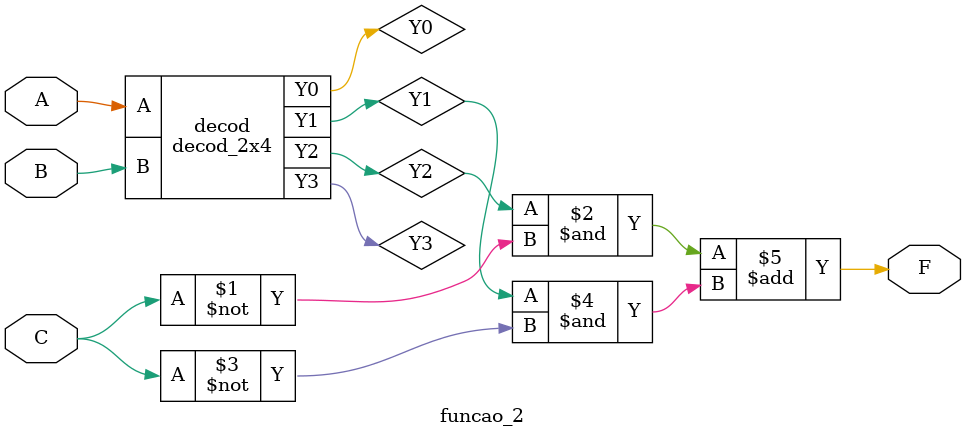
<source format=v>
module decod_2x4 (
    input A,B,
    output Y0,Y1,Y2,Y3
);

assign Y0 = (~A) & (~B);
assign Y1 = (~A) & (B);
assign Y2 = (A) & (~B);
assign Y3 = (A) & (B);
endmodule

module funcao_1 (
    input A,B,
    output F
);
wire Y0,Y1,Y2,Y3;
decod_2x4 decod(
    .A(A),
    .B(B),
    .Y0(Y0),
    .Y1(Y1),
    .Y2(Y2),
    .Y3(Y3)
);

assign F = Y0 + Y2;

endmodule

module funcao_2 (
    input A,B,C,
    output F
);
wire Y0,Y1,Y2,Y3;
decod_2x4 decod(
    .A(A),
    .B(B),
    .Y0(Y0),
    .Y1(Y1),
    .Y2(Y2),
    .Y3(Y3)
);

assign F = (Y2 & (~C)) + (Y1 & (~C));

endmodule
</source>
